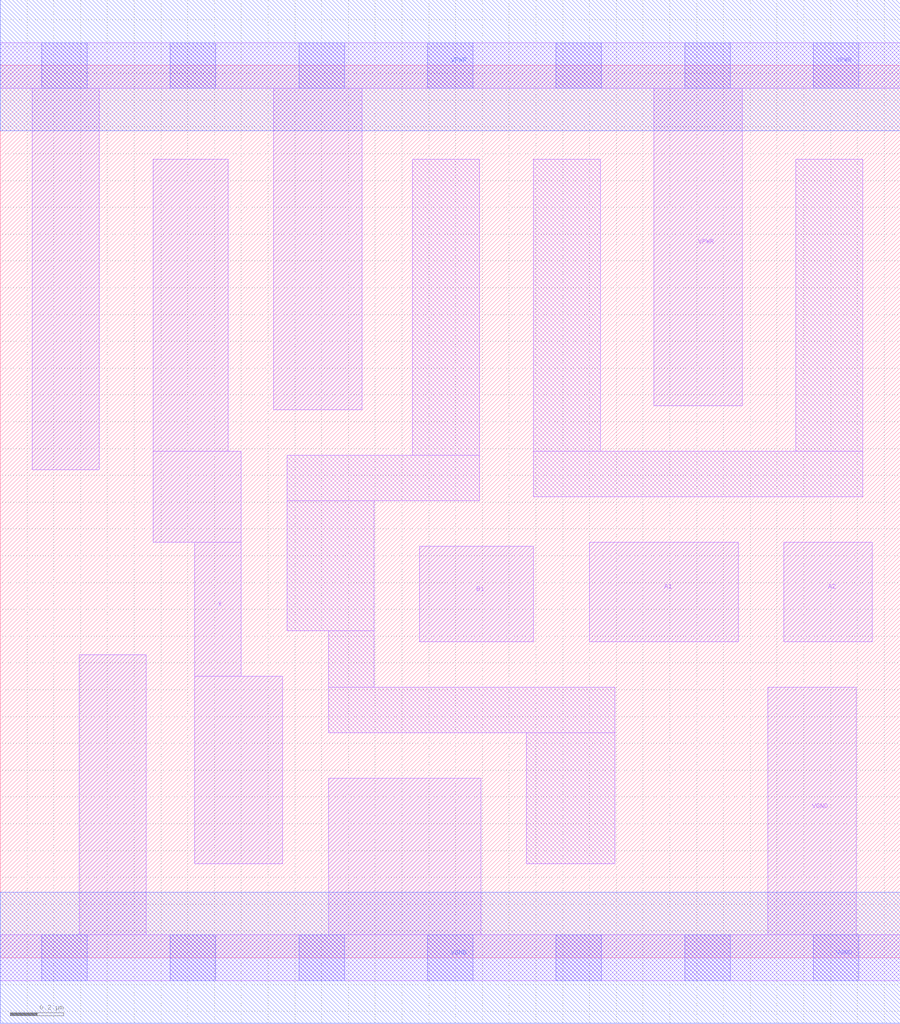
<source format=lef>
# Copyright 2020 The SkyWater PDK Authors
#
# Licensed under the Apache License, Version 2.0 (the "License");
# you may not use this file except in compliance with the License.
# You may obtain a copy of the License at
#
#     https://www.apache.org/licenses/LICENSE-2.0
#
# Unless required by applicable law or agreed to in writing, software
# distributed under the License is distributed on an "AS IS" BASIS,
# WITHOUT WARRANTIES OR CONDITIONS OF ANY KIND, either express or implied.
# See the License for the specific language governing permissions and
# limitations under the License.
#
# SPDX-License-Identifier: Apache-2.0

VERSION 5.7 ;
  NAMESCASESENSITIVE ON ;
  NOWIREEXTENSIONATPIN ON ;
  DIVIDERCHAR "/" ;
  BUSBITCHARS "[]" ;
UNITS
  DATABASE MICRONS 200 ;
END UNITS
MACRO sky130_fd_sc_ls__a21o_2
  CLASS CORE ;
  SOURCE USER ;
  FOREIGN sky130_fd_sc_ls__a21o_2 ;
  ORIGIN  0.000000  0.000000 ;
  SIZE  3.360000 BY  3.330000 ;
  SYMMETRY X Y ;
  SITE unit ;
  PIN A1
    ANTENNAGATEAREA  0.261000 ;
    DIRECTION INPUT ;
    USE SIGNAL ;
    PORT
      LAYER li1 ;
        RECT 2.200000 1.180000 2.755000 1.550000 ;
    END
  END A1
  PIN A2
    ANTENNAGATEAREA  0.261000 ;
    DIRECTION INPUT ;
    USE SIGNAL ;
    PORT
      LAYER li1 ;
        RECT 2.925000 1.180000 3.255000 1.550000 ;
    END
  END A2
  PIN B1
    ANTENNAGATEAREA  0.261000 ;
    DIRECTION INPUT ;
    USE SIGNAL ;
    PORT
      LAYER li1 ;
        RECT 1.565000 1.180000 1.990000 1.535000 ;
    END
  END B1
  PIN X
    ANTENNADIFFAREA  0.543200 ;
    DIRECTION OUTPUT ;
    USE SIGNAL ;
    PORT
      LAYER li1 ;
        RECT 0.570000 1.550000 0.900000 1.890000 ;
        RECT 0.570000 1.890000 0.850000 2.980000 ;
        RECT 0.725000 0.350000 1.055000 1.050000 ;
        RECT 0.725000 1.050000 0.900000 1.550000 ;
    END
  END X
  PIN VGND
    DIRECTION INOUT ;
    SHAPE ABUTMENT ;
    USE GROUND ;
    PORT
      LAYER li1 ;
        RECT 0.000000 -0.085000 3.360000 0.085000 ;
        RECT 0.295000  0.085000 0.545000 1.130000 ;
        RECT 1.225000  0.085000 1.795000 0.670000 ;
        RECT 2.865000  0.085000 3.195000 1.010000 ;
      LAYER mcon ;
        RECT 0.155000 -0.085000 0.325000 0.085000 ;
        RECT 0.635000 -0.085000 0.805000 0.085000 ;
        RECT 1.115000 -0.085000 1.285000 0.085000 ;
        RECT 1.595000 -0.085000 1.765000 0.085000 ;
        RECT 2.075000 -0.085000 2.245000 0.085000 ;
        RECT 2.555000 -0.085000 2.725000 0.085000 ;
        RECT 3.035000 -0.085000 3.205000 0.085000 ;
      LAYER met1 ;
        RECT 0.000000 -0.245000 3.360000 0.245000 ;
    END
  END VGND
  PIN VPWR
    DIRECTION INOUT ;
    SHAPE ABUTMENT ;
    USE POWER ;
    PORT
      LAYER li1 ;
        RECT 0.000000 3.245000 3.360000 3.415000 ;
        RECT 0.120000 1.820000 0.370000 3.245000 ;
        RECT 1.020000 2.045000 1.350000 3.245000 ;
        RECT 2.440000 2.060000 2.770000 3.245000 ;
      LAYER mcon ;
        RECT 0.155000 3.245000 0.325000 3.415000 ;
        RECT 0.635000 3.245000 0.805000 3.415000 ;
        RECT 1.115000 3.245000 1.285000 3.415000 ;
        RECT 1.595000 3.245000 1.765000 3.415000 ;
        RECT 2.075000 3.245000 2.245000 3.415000 ;
        RECT 2.555000 3.245000 2.725000 3.415000 ;
        RECT 3.035000 3.245000 3.205000 3.415000 ;
      LAYER met1 ;
        RECT 0.000000 3.085000 3.360000 3.575000 ;
    END
  END VPWR
  OBS
    LAYER li1 ;
      RECT 1.070000 1.220000 1.395000 1.705000 ;
      RECT 1.070000 1.705000 1.790000 1.875000 ;
      RECT 1.225000 0.840000 2.295000 1.010000 ;
      RECT 1.225000 1.010000 1.395000 1.220000 ;
      RECT 1.540000 1.875000 1.790000 2.980000 ;
      RECT 1.965000 0.350000 2.295000 0.840000 ;
      RECT 1.990000 1.720000 3.220000 1.890000 ;
      RECT 1.990000 1.890000 2.240000 2.980000 ;
      RECT 2.970000 1.890000 3.220000 2.980000 ;
  END
END sky130_fd_sc_ls__a21o_2

</source>
